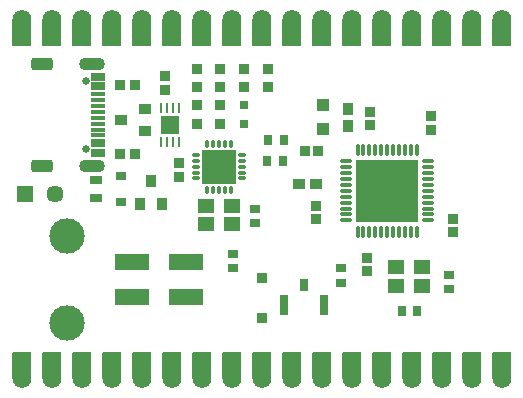
<source format=gbr>
%TF.GenerationSoftware,Altium Limited,Altium Designer,24.10.1 (45)*%
G04 Layer_Color=8388736*
%FSLAX45Y45*%
%MOMM*%
%TF.SameCoordinates,D2505BA3-E522-476C-ACF0-F4815D070146*%
%TF.FilePolarity,Negative*%
%TF.FileFunction,Soldermask,Top*%
%TF.Part,Single*%
G01*
G75*
%TA.AperFunction,SMDPad,CuDef*%
%ADD10R,0.96822X1.00650*%
%ADD11R,0.81213X0.85776*%
G04:AMPARAMS|DCode=17|XSize=0.85mm|YSize=0.25mm|CornerRadius=0.125mm|HoleSize=0mm|Usage=FLASHONLY|Rotation=270.000|XOffset=0mm|YOffset=0mm|HoleType=Round|Shape=RoundedRectangle|*
%AMROUNDEDRECTD17*
21,1,0.85000,0.00000,0,0,270.0*
21,1,0.60000,0.25000,0,0,270.0*
1,1,0.25000,0.00000,-0.30000*
1,1,0.25000,0.00000,0.30000*
1,1,0.25000,0.00000,0.30000*
1,1,0.25000,0.00000,-0.30000*
%
%ADD17ROUNDEDRECTD17*%
%ADD18R,1.60000X1.50000*%
%ADD19R,0.65872X0.81213*%
%ADD20R,1.00650X0.96822*%
%ADD21R,0.85776X0.81213*%
%ADD22R,0.90000X0.75000*%
%ADD23R,0.75000X0.90000*%
%ADD24R,0.80000X0.80000*%
%ADD25R,0.91213X0.85872*%
%ADD26R,0.85490X0.90620*%
%ADD28R,0.85000X0.85000*%
%ADD29R,1.40000X1.15000*%
%ADD33R,1.00000X1.00000*%
%ADD35R,1.00000X0.75000*%
%ADD38R,0.86213X0.66370*%
%ADD39R,0.80000X1.70000*%
%ADD40R,0.80000X1.10000*%
%TA.AperFunction,ComponentPad*%
%ADD44C,0.65000*%
%TA.AperFunction,SMDPad,CuDef*%
%ADD59R,1.22600X0.67600*%
%ADD60R,1.22600X0.37600*%
%ADD61R,2.87600X2.87600*%
%ADD62O,0.32600X0.77600*%
%ADD63O,0.77600X0.32600*%
%TA.AperFunction,ConnectorPad*%
%ADD64R,2.99600X1.34600*%
%TA.AperFunction,SMDPad,CuDef*%
%ADD65R,5.37600X5.37600*%
%ADD66O,0.32600X1.12600*%
%ADD67O,1.12600X0.32600*%
%ADD68R,0.90600X0.70600*%
%ADD69R,0.87600X0.97600*%
%ADD70R,0.97600X0.87600*%
%ADD71R,0.87600X0.87600*%
%TA.AperFunction,ComponentPad*%
G04:AMPARAMS|DCode=72|XSize=1.876mm|YSize=1.076mm|CornerRadius=0.288mm|HoleSize=0mm|Usage=FLASHONLY|Rotation=0.000|XOffset=0mm|YOffset=0mm|HoleType=Round|Shape=RoundedRectangle|*
%AMROUNDEDRECTD72*
21,1,1.87600,0.50000,0,0,0.0*
21,1,1.30000,1.07600,0,0,0.0*
1,1,0.57600,0.65000,-0.25000*
1,1,0.57600,-0.65000,-0.25000*
1,1,0.57600,-0.65000,0.25000*
1,1,0.57600,0.65000,0.25000*
%
%ADD72ROUNDEDRECTD72*%
%ADD73O,2.17600X1.07600*%
%ADD74C,1.44600*%
%ADD75R,1.44600X1.44600*%
%ADD76C,2.98600*%
%TA.AperFunction,ViaPad*%
%ADD77C,1.57600*%
G36*
X4257745Y3053745D02*
X4258461Y3053528D01*
X4259122Y3053174D01*
X4259700Y3052700D01*
X4260175Y3052121D01*
X4260528Y3051461D01*
X4260745Y3050745D01*
X4260819Y3050000D01*
Y2825000D01*
X4260745Y2824255D01*
X4260528Y2823538D01*
X4260175Y2822878D01*
X4259700Y2822300D01*
X4259122Y2821825D01*
X4258461Y2821472D01*
X4257745Y2821255D01*
X4257000Y2821181D01*
X4107000D01*
X4106255Y2821255D01*
X4105539Y2821472D01*
X4104879Y2821825D01*
X4104300Y2822300D01*
X4103825Y2822878D01*
X4103472Y2823538D01*
X4103255Y2824255D01*
X4103182Y2825000D01*
Y2900000D01*
X4103182Y3049997D01*
X4103182Y3050000D01*
X4103255Y3050745D01*
X4103472Y3051461D01*
X4103825Y3052121D01*
X4104300Y3052700D01*
X4104879Y3053174D01*
X4105539Y3053528D01*
X4106255Y3053745D01*
X4107000Y3053818D01*
X4257000D01*
X4257745Y3053745D01*
D02*
G37*
G36*
X4003745D02*
X4004461Y3053528D01*
X4005122Y3053174D01*
X4005700Y3052700D01*
X4006175Y3052121D01*
X4006528Y3051461D01*
X4006745Y3050745D01*
X4006819Y3050000D01*
Y2825000D01*
X4006745Y2824255D01*
X4006528Y2823538D01*
X4006175Y2822878D01*
X4005700Y2822300D01*
X4005122Y2821825D01*
X4004461Y2821472D01*
X4003745Y2821255D01*
X4003000Y2821181D01*
X3853000D01*
X3852255Y2821255D01*
X3851539Y2821472D01*
X3850879Y2821825D01*
X3850300Y2822300D01*
X3849825Y2822878D01*
X3849472Y2823538D01*
X3849255Y2824255D01*
X3849182Y2825000D01*
Y2900000D01*
X3849182Y3049997D01*
X3849182Y3050000D01*
X3849255Y3050745D01*
X3849472Y3051461D01*
X3849825Y3052121D01*
X3850300Y3052700D01*
X3850879Y3053174D01*
X3851539Y3053528D01*
X3852255Y3053745D01*
X3853000Y3053818D01*
X4003000D01*
X4003745Y3053745D01*
D02*
G37*
G36*
X3749745D02*
X3750461Y3053528D01*
X3751122Y3053174D01*
X3751700Y3052700D01*
X3752175Y3052121D01*
X3752528Y3051461D01*
X3752745Y3050745D01*
X3752819Y3050000D01*
Y2825000D01*
X3752745Y2824255D01*
X3752528Y2823538D01*
X3752175Y2822878D01*
X3751700Y2822300D01*
X3751122Y2821825D01*
X3750461Y2821472D01*
X3749745Y2821255D01*
X3749000Y2821181D01*
X3599000D01*
X3598255Y2821255D01*
X3597539Y2821472D01*
X3596879Y2821825D01*
X3596300Y2822300D01*
X3595825Y2822878D01*
X3595472Y2823538D01*
X3595255Y2824255D01*
X3595182Y2825000D01*
Y2900000D01*
X3595182Y3049997D01*
X3595182Y3050000D01*
X3595255Y3050745D01*
X3595472Y3051461D01*
X3595825Y3052121D01*
X3596300Y3052700D01*
X3596879Y3053174D01*
X3597539Y3053528D01*
X3598255Y3053745D01*
X3599000Y3053818D01*
X3749000D01*
X3749745Y3053745D01*
D02*
G37*
G36*
X3495745D02*
X3496461Y3053528D01*
X3497122Y3053174D01*
X3497700Y3052700D01*
X3498175Y3052121D01*
X3498528Y3051461D01*
X3498745Y3050745D01*
X3498819Y3050000D01*
Y2825000D01*
X3498745Y2824255D01*
X3498528Y2823538D01*
X3498175Y2822878D01*
X3497700Y2822300D01*
X3497122Y2821825D01*
X3496461Y2821472D01*
X3495745Y2821255D01*
X3495000Y2821181D01*
X3345000D01*
X3344255Y2821255D01*
X3343539Y2821472D01*
X3342879Y2821825D01*
X3342300Y2822300D01*
X3341825Y2822878D01*
X3341472Y2823538D01*
X3341255Y2824255D01*
X3341182Y2825000D01*
Y2900000D01*
X3341182Y3049997D01*
X3341182Y3050000D01*
X3341255Y3050745D01*
X3341472Y3051461D01*
X3341825Y3052121D01*
X3342300Y3052700D01*
X3342879Y3053174D01*
X3343539Y3053528D01*
X3344255Y3053745D01*
X3345000Y3053818D01*
X3495000D01*
X3495745Y3053745D01*
D02*
G37*
G36*
X3241745D02*
X3242461Y3053528D01*
X3243122Y3053174D01*
X3243700Y3052700D01*
X3244175Y3052121D01*
X3244528Y3051461D01*
X3244745Y3050745D01*
X3244819Y3050000D01*
Y2825000D01*
X3244745Y2824255D01*
X3244528Y2823538D01*
X3244175Y2822878D01*
X3243700Y2822300D01*
X3243122Y2821825D01*
X3242461Y2821472D01*
X3241745Y2821255D01*
X3241000Y2821181D01*
X3091000D01*
X3090255Y2821255D01*
X3089539Y2821472D01*
X3088879Y2821825D01*
X3088300Y2822300D01*
X3087825Y2822878D01*
X3087472Y2823538D01*
X3087255Y2824255D01*
X3087182Y2825000D01*
Y2900000D01*
X3087182Y3049997D01*
X3087182Y3050000D01*
X3087255Y3050745D01*
X3087472Y3051461D01*
X3087825Y3052121D01*
X3088300Y3052700D01*
X3088879Y3053174D01*
X3089539Y3053528D01*
X3090255Y3053745D01*
X3091000Y3053818D01*
X3241000D01*
X3241745Y3053745D01*
D02*
G37*
G36*
X2987745D02*
X2988461Y3053528D01*
X2989122Y3053174D01*
X2989700Y3052700D01*
X2990175Y3052121D01*
X2990528Y3051461D01*
X2990745Y3050745D01*
X2990819Y3050000D01*
Y2825000D01*
X2990745Y2824255D01*
X2990528Y2823538D01*
X2990175Y2822878D01*
X2989700Y2822300D01*
X2989122Y2821825D01*
X2988461Y2821472D01*
X2987745Y2821255D01*
X2987000Y2821181D01*
X2837000D01*
X2836255Y2821255D01*
X2835539Y2821472D01*
X2834879Y2821825D01*
X2834300Y2822300D01*
X2833825Y2822878D01*
X2833472Y2823538D01*
X2833255Y2824255D01*
X2833182Y2825000D01*
Y2900000D01*
X2833182Y3049997D01*
X2833182Y3050000D01*
X2833255Y3050745D01*
X2833472Y3051461D01*
X2833825Y3052121D01*
X2834300Y3052700D01*
X2834879Y3053174D01*
X2835539Y3053528D01*
X2836255Y3053745D01*
X2837000Y3053818D01*
X2987000D01*
X2987745Y3053745D01*
D02*
G37*
G36*
X2733745D02*
X2734461Y3053528D01*
X2735122Y3053174D01*
X2735700Y3052700D01*
X2736175Y3052121D01*
X2736528Y3051461D01*
X2736745Y3050745D01*
X2736819Y3050000D01*
Y2825000D01*
X2736745Y2824255D01*
X2736528Y2823538D01*
X2736175Y2822878D01*
X2735700Y2822300D01*
X2735122Y2821825D01*
X2734461Y2821472D01*
X2733745Y2821255D01*
X2733000Y2821181D01*
X2583000D01*
X2582255Y2821255D01*
X2581539Y2821472D01*
X2580879Y2821825D01*
X2580300Y2822300D01*
X2579825Y2822878D01*
X2579472Y2823538D01*
X2579255Y2824255D01*
X2579182Y2825000D01*
Y2900000D01*
X2579182Y3049997D01*
X2579182Y3050000D01*
X2579255Y3050745D01*
X2579472Y3051461D01*
X2579825Y3052121D01*
X2580300Y3052700D01*
X2580879Y3053174D01*
X2581539Y3053528D01*
X2582255Y3053745D01*
X2583000Y3053818D01*
X2733000D01*
X2733745Y3053745D01*
D02*
G37*
G36*
X2479745D02*
X2480461Y3053528D01*
X2481122Y3053174D01*
X2481700Y3052700D01*
X2482175Y3052121D01*
X2482528Y3051461D01*
X2482745Y3050745D01*
X2482819Y3050000D01*
Y2825000D01*
X2482745Y2824255D01*
X2482528Y2823538D01*
X2482175Y2822878D01*
X2481700Y2822300D01*
X2481122Y2821825D01*
X2480461Y2821472D01*
X2479745Y2821255D01*
X2479000Y2821181D01*
X2329000D01*
X2328255Y2821255D01*
X2327539Y2821472D01*
X2326879Y2821825D01*
X2326300Y2822300D01*
X2325825Y2822878D01*
X2325472Y2823538D01*
X2325255Y2824255D01*
X2325182Y2825000D01*
Y2900000D01*
X2325182Y3049997D01*
X2325182Y3050000D01*
X2325255Y3050745D01*
X2325472Y3051461D01*
X2325825Y3052121D01*
X2326300Y3052700D01*
X2326879Y3053174D01*
X2327539Y3053528D01*
X2328255Y3053745D01*
X2329000Y3053818D01*
X2479000D01*
X2479745Y3053745D01*
D02*
G37*
G36*
X2225745D02*
X2226461Y3053528D01*
X2227122Y3053174D01*
X2227700Y3052700D01*
X2228175Y3052121D01*
X2228528Y3051461D01*
X2228745Y3050745D01*
X2228819Y3050000D01*
Y2825000D01*
X2228745Y2824255D01*
X2228528Y2823538D01*
X2228175Y2822878D01*
X2227700Y2822300D01*
X2227122Y2821825D01*
X2226461Y2821472D01*
X2225745Y2821255D01*
X2225000Y2821181D01*
X2075000D01*
X2074255Y2821255D01*
X2073539Y2821472D01*
X2072879Y2821825D01*
X2072300Y2822300D01*
X2071825Y2822878D01*
X2071472Y2823538D01*
X2071255Y2824255D01*
X2071182Y2825000D01*
Y2900000D01*
X2071182Y3049997D01*
X2071182Y3050000D01*
X2071255Y3050745D01*
X2071472Y3051461D01*
X2071825Y3052121D01*
X2072300Y3052700D01*
X2072879Y3053174D01*
X2073539Y3053528D01*
X2074255Y3053745D01*
X2075000Y3053818D01*
X2225000D01*
X2225745Y3053745D01*
D02*
G37*
G36*
X1971745D02*
X1972461Y3053528D01*
X1973122Y3053174D01*
X1973700Y3052700D01*
X1974175Y3052121D01*
X1974528Y3051461D01*
X1974745Y3050745D01*
X1974819Y3050000D01*
Y2825000D01*
X1974745Y2824255D01*
X1974528Y2823538D01*
X1974175Y2822878D01*
X1973700Y2822300D01*
X1973122Y2821825D01*
X1972461Y2821472D01*
X1971745Y2821255D01*
X1971000Y2821181D01*
X1821000D01*
X1820255Y2821255D01*
X1819539Y2821472D01*
X1818879Y2821825D01*
X1818300Y2822300D01*
X1817825Y2822878D01*
X1817472Y2823538D01*
X1817255Y2824255D01*
X1817182Y2825000D01*
Y2900000D01*
X1817182Y3049997D01*
X1817182Y3050000D01*
X1817255Y3050745D01*
X1817472Y3051461D01*
X1817825Y3052121D01*
X1818300Y3052700D01*
X1818879Y3053174D01*
X1819539Y3053528D01*
X1820255Y3053745D01*
X1821000Y3053818D01*
X1971000D01*
X1971745Y3053745D01*
D02*
G37*
G36*
X1717745D02*
X1718461Y3053528D01*
X1719122Y3053174D01*
X1719700Y3052700D01*
X1720175Y3052121D01*
X1720528Y3051461D01*
X1720745Y3050745D01*
X1720819Y3050000D01*
Y2825000D01*
X1720745Y2824255D01*
X1720528Y2823538D01*
X1720175Y2822878D01*
X1719700Y2822300D01*
X1719122Y2821825D01*
X1718461Y2821472D01*
X1717745Y2821255D01*
X1717000Y2821181D01*
X1567000D01*
X1566255Y2821255D01*
X1565539Y2821472D01*
X1564879Y2821825D01*
X1564300Y2822300D01*
X1563825Y2822878D01*
X1563472Y2823538D01*
X1563255Y2824255D01*
X1563182Y2825000D01*
Y2900000D01*
X1563182Y3049997D01*
X1563182Y3050000D01*
X1563255Y3050745D01*
X1563472Y3051461D01*
X1563825Y3052121D01*
X1564300Y3052700D01*
X1564879Y3053174D01*
X1565539Y3053528D01*
X1566255Y3053745D01*
X1567000Y3053818D01*
X1717000D01*
X1717745Y3053745D01*
D02*
G37*
G36*
X1463745D02*
X1464461Y3053528D01*
X1465122Y3053174D01*
X1465700Y3052700D01*
X1466175Y3052121D01*
X1466528Y3051461D01*
X1466745Y3050745D01*
X1466819Y3050000D01*
Y2825000D01*
X1466745Y2824255D01*
X1466528Y2823538D01*
X1466175Y2822878D01*
X1465700Y2822300D01*
X1465122Y2821825D01*
X1464461Y2821472D01*
X1463745Y2821255D01*
X1463000Y2821181D01*
X1313000D01*
X1312255Y2821255D01*
X1311539Y2821472D01*
X1310879Y2821825D01*
X1310300Y2822300D01*
X1309825Y2822878D01*
X1309472Y2823538D01*
X1309255Y2824255D01*
X1309182Y2825000D01*
Y2900000D01*
X1309182Y3049997D01*
X1309182Y3050000D01*
X1309255Y3050745D01*
X1309472Y3051461D01*
X1309825Y3052121D01*
X1310300Y3052700D01*
X1310879Y3053174D01*
X1311539Y3053528D01*
X1312255Y3053745D01*
X1313000Y3053818D01*
X1463000D01*
X1463745Y3053745D01*
D02*
G37*
G36*
X1209745D02*
X1210461Y3053528D01*
X1211122Y3053174D01*
X1211700Y3052700D01*
X1212175Y3052121D01*
X1212528Y3051461D01*
X1212745Y3050745D01*
X1212819Y3050000D01*
Y2825000D01*
X1212745Y2824255D01*
X1212528Y2823538D01*
X1212175Y2822878D01*
X1211700Y2822300D01*
X1211122Y2821825D01*
X1210461Y2821472D01*
X1209745Y2821255D01*
X1209000Y2821181D01*
X1059000D01*
X1058255Y2821255D01*
X1057539Y2821472D01*
X1056879Y2821825D01*
X1056300Y2822300D01*
X1055825Y2822878D01*
X1055472Y2823538D01*
X1055255Y2824255D01*
X1055182Y2825000D01*
Y2900000D01*
X1055182Y3049997D01*
X1055182Y3050000D01*
X1055255Y3050745D01*
X1055472Y3051461D01*
X1055825Y3052121D01*
X1056300Y3052700D01*
X1056879Y3053174D01*
X1057539Y3053528D01*
X1058255Y3053745D01*
X1059000Y3053818D01*
X1209000D01*
X1209745Y3053745D01*
D02*
G37*
G36*
X955745D02*
X956461Y3053528D01*
X957122Y3053174D01*
X957700Y3052700D01*
X958175Y3052121D01*
X958528Y3051461D01*
X958745Y3050745D01*
X958819Y3050000D01*
Y2825000D01*
X958745Y2824255D01*
X958528Y2823538D01*
X958175Y2822878D01*
X957700Y2822300D01*
X957122Y2821825D01*
X956461Y2821472D01*
X955745Y2821255D01*
X955000Y2821181D01*
X805000D01*
X804255Y2821255D01*
X803539Y2821472D01*
X802879Y2821825D01*
X802300Y2822300D01*
X801825Y2822878D01*
X801472Y2823538D01*
X801255Y2824255D01*
X801182Y2825000D01*
Y2900000D01*
X801182Y3049997D01*
X801182Y3050000D01*
X801255Y3050745D01*
X801472Y3051461D01*
X801825Y3052121D01*
X802300Y3052700D01*
X802879Y3053174D01*
X803539Y3053528D01*
X804255Y3053745D01*
X805000Y3053818D01*
X955000D01*
X955745Y3053745D01*
D02*
G37*
G36*
X701745D02*
X702461Y3053528D01*
X703122Y3053174D01*
X703700Y3052700D01*
X704175Y3052121D01*
X704528Y3051461D01*
X704745Y3050745D01*
X704819Y3050000D01*
Y2825000D01*
X704745Y2824255D01*
X704528Y2823538D01*
X704175Y2822878D01*
X703700Y2822300D01*
X703122Y2821825D01*
X702461Y2821472D01*
X701745Y2821255D01*
X701000Y2821181D01*
X551000D01*
X550255Y2821255D01*
X549539Y2821472D01*
X548879Y2821825D01*
X548300Y2822300D01*
X547825Y2822878D01*
X547472Y2823538D01*
X547255Y2824255D01*
X547182Y2825000D01*
Y2900000D01*
X547182Y3049997D01*
X547182Y3050000D01*
X547255Y3050745D01*
X547472Y3051461D01*
X547825Y3052121D01*
X548300Y3052700D01*
X548879Y3053174D01*
X549539Y3053528D01*
X550255Y3053745D01*
X551000Y3053818D01*
X701000D01*
X701745Y3053745D01*
D02*
G37*
G36*
X447745D02*
X448461Y3053528D01*
X449122Y3053174D01*
X449700Y3052700D01*
X450175Y3052121D01*
X450528Y3051461D01*
X450745Y3050745D01*
X450819Y3050000D01*
Y2825000D01*
X450745Y2824255D01*
X450528Y2823538D01*
X450175Y2822878D01*
X449700Y2822300D01*
X449122Y2821825D01*
X448461Y2821472D01*
X447745Y2821255D01*
X447000Y2821181D01*
X297000D01*
X296255Y2821255D01*
X295539Y2821472D01*
X294879Y2821825D01*
X294300Y2822300D01*
X293825Y2822878D01*
X293472Y2823538D01*
X293255Y2824255D01*
X293182Y2825000D01*
Y2900000D01*
X293182Y3049997D01*
X293182Y3050000D01*
X293255Y3050745D01*
X293472Y3051461D01*
X293825Y3052121D01*
X294300Y3052700D01*
X294879Y3053174D01*
X295539Y3053528D01*
X296255Y3053745D01*
X297000Y3053818D01*
X447000D01*
X447745Y3053745D01*
D02*
G37*
G36*
X193745D02*
X194461Y3053528D01*
X195122Y3053174D01*
X195700Y3052700D01*
X196175Y3052121D01*
X196528Y3051461D01*
X196745Y3050745D01*
X196819Y3050000D01*
Y2825000D01*
X196745Y2824255D01*
X196528Y2823538D01*
X196175Y2822878D01*
X195700Y2822300D01*
X195122Y2821825D01*
X194461Y2821472D01*
X193745Y2821255D01*
X193000Y2821181D01*
X43000D01*
X42255Y2821255D01*
X41539Y2821472D01*
X40879Y2821825D01*
X40300Y2822300D01*
X39825Y2822878D01*
X39472Y2823538D01*
X39255Y2824255D01*
X39182Y2825000D01*
Y2900000D01*
X39182Y3049997D01*
X39182Y3050000D01*
X39255Y3050745D01*
X39472Y3051461D01*
X39825Y3052121D01*
X40300Y3052700D01*
X40879Y3053174D01*
X41539Y3053528D01*
X42255Y3053745D01*
X43000Y3053818D01*
X193000D01*
X193745Y3053745D01*
D02*
G37*
G36*
X4257745Y228745D02*
X4258461Y228528D01*
X4259122Y228175D01*
X4259700Y227700D01*
X4260175Y227121D01*
X4260528Y226461D01*
X4260745Y225745D01*
X4260819Y225000D01*
Y150000D01*
X4260818Y3D01*
X4260819Y0D01*
X4260745Y-745D01*
X4260528Y-1461D01*
X4260175Y-2121D01*
X4259700Y-2700D01*
X4259122Y-3175D01*
X4258461Y-3528D01*
X4257745Y-3745D01*
X4257000Y-3818D01*
X4107000D01*
X4106255Y-3745D01*
X4105539Y-3528D01*
X4104879Y-3175D01*
X4104300Y-2700D01*
X4103825Y-2121D01*
X4103472Y-1461D01*
X4103255Y-745D01*
X4103182Y0D01*
Y225000D01*
X4103255Y225745D01*
X4103472Y226461D01*
X4103825Y227121D01*
X4104300Y227700D01*
X4104879Y228175D01*
X4105539Y228528D01*
X4106255Y228745D01*
X4107000Y228818D01*
X4257000D01*
X4257745Y228745D01*
D02*
G37*
G36*
X4003745D02*
X4004461Y228528D01*
X4005122Y228175D01*
X4005700Y227700D01*
X4006175Y227121D01*
X4006528Y226461D01*
X4006745Y225745D01*
X4006819Y225000D01*
Y150000D01*
X4006818Y3D01*
X4006819Y0D01*
X4006745Y-745D01*
X4006528Y-1461D01*
X4006175Y-2121D01*
X4005700Y-2700D01*
X4005122Y-3175D01*
X4004461Y-3528D01*
X4003745Y-3745D01*
X4003000Y-3818D01*
X3853000D01*
X3852255Y-3745D01*
X3851539Y-3528D01*
X3850879Y-3175D01*
X3850300Y-2700D01*
X3849825Y-2121D01*
X3849472Y-1461D01*
X3849255Y-745D01*
X3849182Y0D01*
Y225000D01*
X3849255Y225745D01*
X3849472Y226461D01*
X3849825Y227121D01*
X3850300Y227700D01*
X3850879Y228175D01*
X3851539Y228528D01*
X3852255Y228745D01*
X3853000Y228818D01*
X4003000D01*
X4003745Y228745D01*
D02*
G37*
G36*
X3749745D02*
X3750461Y228528D01*
X3751122Y228175D01*
X3751700Y227700D01*
X3752175Y227121D01*
X3752528Y226461D01*
X3752745Y225745D01*
X3752819Y225000D01*
Y150000D01*
X3752818Y3D01*
X3752819Y0D01*
X3752745Y-745D01*
X3752528Y-1461D01*
X3752175Y-2121D01*
X3751700Y-2700D01*
X3751122Y-3175D01*
X3750461Y-3528D01*
X3749745Y-3745D01*
X3749000Y-3818D01*
X3599000D01*
X3598255Y-3745D01*
X3597539Y-3528D01*
X3596879Y-3175D01*
X3596300Y-2700D01*
X3595825Y-2121D01*
X3595472Y-1461D01*
X3595255Y-745D01*
X3595182Y0D01*
Y225000D01*
X3595255Y225745D01*
X3595472Y226461D01*
X3595825Y227121D01*
X3596300Y227700D01*
X3596879Y228175D01*
X3597539Y228528D01*
X3598255Y228745D01*
X3599000Y228818D01*
X3749000D01*
X3749745Y228745D01*
D02*
G37*
G36*
X3495745D02*
X3496461Y228528D01*
X3497122Y228175D01*
X3497700Y227700D01*
X3498175Y227121D01*
X3498528Y226461D01*
X3498745Y225745D01*
X3498819Y225000D01*
Y150000D01*
X3498818Y3D01*
X3498819Y0D01*
X3498745Y-745D01*
X3498528Y-1461D01*
X3498175Y-2121D01*
X3497700Y-2700D01*
X3497122Y-3175D01*
X3496461Y-3528D01*
X3495745Y-3745D01*
X3495000Y-3818D01*
X3345000D01*
X3344255Y-3745D01*
X3343539Y-3528D01*
X3342879Y-3175D01*
X3342300Y-2700D01*
X3341825Y-2121D01*
X3341472Y-1461D01*
X3341255Y-745D01*
X3341182Y0D01*
Y225000D01*
X3341255Y225745D01*
X3341472Y226461D01*
X3341825Y227121D01*
X3342300Y227700D01*
X3342879Y228175D01*
X3343539Y228528D01*
X3344255Y228745D01*
X3345000Y228818D01*
X3495000D01*
X3495745Y228745D01*
D02*
G37*
G36*
X3241745D02*
X3242461Y228528D01*
X3243122Y228175D01*
X3243700Y227700D01*
X3244175Y227121D01*
X3244528Y226461D01*
X3244745Y225745D01*
X3244819Y225000D01*
Y150000D01*
X3244818Y3D01*
X3244819Y0D01*
X3244745Y-745D01*
X3244528Y-1461D01*
X3244175Y-2121D01*
X3243700Y-2700D01*
X3243122Y-3175D01*
X3242461Y-3528D01*
X3241745Y-3745D01*
X3241000Y-3818D01*
X3091000D01*
X3090255Y-3745D01*
X3089539Y-3528D01*
X3088879Y-3175D01*
X3088300Y-2700D01*
X3087825Y-2121D01*
X3087472Y-1461D01*
X3087255Y-745D01*
X3087182Y0D01*
Y225000D01*
X3087255Y225745D01*
X3087472Y226461D01*
X3087825Y227121D01*
X3088300Y227700D01*
X3088879Y228175D01*
X3089539Y228528D01*
X3090255Y228745D01*
X3091000Y228818D01*
X3241000D01*
X3241745Y228745D01*
D02*
G37*
G36*
X2987745D02*
X2988461Y228528D01*
X2989122Y228175D01*
X2989700Y227700D01*
X2990175Y227121D01*
X2990528Y226461D01*
X2990745Y225745D01*
X2990819Y225000D01*
Y150000D01*
X2990818Y3D01*
X2990819Y0D01*
X2990745Y-745D01*
X2990528Y-1461D01*
X2990175Y-2121D01*
X2989700Y-2700D01*
X2989122Y-3175D01*
X2988461Y-3528D01*
X2987745Y-3745D01*
X2987000Y-3818D01*
X2837000D01*
X2836255Y-3745D01*
X2835539Y-3528D01*
X2834879Y-3175D01*
X2834300Y-2700D01*
X2833825Y-2121D01*
X2833472Y-1461D01*
X2833255Y-745D01*
X2833182Y0D01*
Y225000D01*
X2833255Y225745D01*
X2833472Y226461D01*
X2833825Y227121D01*
X2834300Y227700D01*
X2834879Y228175D01*
X2835539Y228528D01*
X2836255Y228745D01*
X2837000Y228818D01*
X2987000D01*
X2987745Y228745D01*
D02*
G37*
G36*
X2733745D02*
X2734461Y228528D01*
X2735122Y228175D01*
X2735700Y227700D01*
X2736175Y227121D01*
X2736528Y226461D01*
X2736745Y225745D01*
X2736819Y225000D01*
Y150000D01*
X2736818Y3D01*
X2736819Y0D01*
X2736745Y-745D01*
X2736528Y-1461D01*
X2736175Y-2121D01*
X2735700Y-2700D01*
X2735122Y-3175D01*
X2734461Y-3528D01*
X2733745Y-3745D01*
X2733000Y-3818D01*
X2583000D01*
X2582255Y-3745D01*
X2581539Y-3528D01*
X2580879Y-3175D01*
X2580300Y-2700D01*
X2579825Y-2121D01*
X2579472Y-1461D01*
X2579255Y-745D01*
X2579182Y0D01*
Y225000D01*
X2579255Y225745D01*
X2579472Y226461D01*
X2579825Y227121D01*
X2580300Y227700D01*
X2580879Y228175D01*
X2581539Y228528D01*
X2582255Y228745D01*
X2583000Y228818D01*
X2733000D01*
X2733745Y228745D01*
D02*
G37*
G36*
X2479745D02*
X2480461Y228528D01*
X2481122Y228175D01*
X2481700Y227700D01*
X2482175Y227121D01*
X2482528Y226461D01*
X2482745Y225745D01*
X2482819Y225000D01*
Y150000D01*
X2482818Y3D01*
X2482819Y0D01*
X2482745Y-745D01*
X2482528Y-1461D01*
X2482175Y-2121D01*
X2481700Y-2700D01*
X2481122Y-3175D01*
X2480461Y-3528D01*
X2479745Y-3745D01*
X2479000Y-3818D01*
X2329000D01*
X2328255Y-3745D01*
X2327539Y-3528D01*
X2326879Y-3175D01*
X2326300Y-2700D01*
X2325825Y-2121D01*
X2325472Y-1461D01*
X2325255Y-745D01*
X2325182Y0D01*
Y225000D01*
X2325255Y225745D01*
X2325472Y226461D01*
X2325825Y227121D01*
X2326300Y227700D01*
X2326879Y228175D01*
X2327539Y228528D01*
X2328255Y228745D01*
X2329000Y228818D01*
X2479000D01*
X2479745Y228745D01*
D02*
G37*
G36*
X2225745D02*
X2226461Y228528D01*
X2227122Y228175D01*
X2227700Y227700D01*
X2228175Y227121D01*
X2228528Y226461D01*
X2228745Y225745D01*
X2228819Y225000D01*
Y150000D01*
X2228818Y3D01*
X2228819Y0D01*
X2228745Y-745D01*
X2228528Y-1461D01*
X2228175Y-2121D01*
X2227700Y-2700D01*
X2227122Y-3175D01*
X2226461Y-3528D01*
X2225745Y-3745D01*
X2225000Y-3818D01*
X2075000D01*
X2074255Y-3745D01*
X2073539Y-3528D01*
X2072879Y-3175D01*
X2072300Y-2700D01*
X2071825Y-2121D01*
X2071472Y-1461D01*
X2071255Y-745D01*
X2071182Y0D01*
Y225000D01*
X2071255Y225745D01*
X2071472Y226461D01*
X2071825Y227121D01*
X2072300Y227700D01*
X2072879Y228175D01*
X2073539Y228528D01*
X2074255Y228745D01*
X2075000Y228818D01*
X2225000D01*
X2225745Y228745D01*
D02*
G37*
G36*
X1971745D02*
X1972461Y228528D01*
X1973122Y228175D01*
X1973700Y227700D01*
X1974175Y227121D01*
X1974528Y226461D01*
X1974745Y225745D01*
X1974819Y225000D01*
Y150000D01*
X1974818Y3D01*
X1974819Y0D01*
X1974745Y-745D01*
X1974528Y-1461D01*
X1974175Y-2121D01*
X1973700Y-2700D01*
X1973122Y-3175D01*
X1972461Y-3528D01*
X1971745Y-3745D01*
X1971000Y-3818D01*
X1821000D01*
X1820255Y-3745D01*
X1819539Y-3528D01*
X1818879Y-3175D01*
X1818300Y-2700D01*
X1817825Y-2121D01*
X1817472Y-1461D01*
X1817255Y-745D01*
X1817182Y0D01*
Y225000D01*
X1817255Y225745D01*
X1817472Y226461D01*
X1817825Y227121D01*
X1818300Y227700D01*
X1818879Y228175D01*
X1819539Y228528D01*
X1820255Y228745D01*
X1821000Y228818D01*
X1971000D01*
X1971745Y228745D01*
D02*
G37*
G36*
X1717745D02*
X1718461Y228528D01*
X1719122Y228175D01*
X1719700Y227700D01*
X1720175Y227121D01*
X1720528Y226461D01*
X1720745Y225745D01*
X1720819Y225000D01*
Y150000D01*
X1720818Y3D01*
X1720819Y0D01*
X1720745Y-745D01*
X1720528Y-1461D01*
X1720175Y-2121D01*
X1719700Y-2700D01*
X1719122Y-3175D01*
X1718461Y-3528D01*
X1717745Y-3745D01*
X1717000Y-3818D01*
X1567000D01*
X1566255Y-3745D01*
X1565539Y-3528D01*
X1564879Y-3175D01*
X1564300Y-2700D01*
X1563825Y-2121D01*
X1563472Y-1461D01*
X1563255Y-745D01*
X1563182Y0D01*
Y225000D01*
X1563255Y225745D01*
X1563472Y226461D01*
X1563825Y227121D01*
X1564300Y227700D01*
X1564879Y228175D01*
X1565539Y228528D01*
X1566255Y228745D01*
X1567000Y228818D01*
X1717000D01*
X1717745Y228745D01*
D02*
G37*
G36*
X1463745D02*
X1464461Y228528D01*
X1465122Y228175D01*
X1465700Y227700D01*
X1466175Y227121D01*
X1466528Y226461D01*
X1466745Y225745D01*
X1466819Y225000D01*
Y150000D01*
X1466818Y3D01*
X1466819Y0D01*
X1466745Y-745D01*
X1466528Y-1461D01*
X1466175Y-2121D01*
X1465700Y-2700D01*
X1465122Y-3175D01*
X1464461Y-3528D01*
X1463745Y-3745D01*
X1463000Y-3818D01*
X1313000D01*
X1312255Y-3745D01*
X1311539Y-3528D01*
X1310879Y-3175D01*
X1310300Y-2700D01*
X1309825Y-2121D01*
X1309472Y-1461D01*
X1309255Y-745D01*
X1309182Y0D01*
Y225000D01*
X1309255Y225745D01*
X1309472Y226461D01*
X1309825Y227121D01*
X1310300Y227700D01*
X1310879Y228175D01*
X1311539Y228528D01*
X1312255Y228745D01*
X1313000Y228818D01*
X1463000D01*
X1463745Y228745D01*
D02*
G37*
G36*
X1209745D02*
X1210461Y228528D01*
X1211122Y228175D01*
X1211700Y227700D01*
X1212175Y227121D01*
X1212528Y226461D01*
X1212745Y225745D01*
X1212819Y225000D01*
Y150000D01*
X1212818Y3D01*
X1212819Y0D01*
X1212745Y-745D01*
X1212528Y-1461D01*
X1212175Y-2121D01*
X1211700Y-2700D01*
X1211122Y-3175D01*
X1210461Y-3528D01*
X1209745Y-3745D01*
X1209000Y-3818D01*
X1059000D01*
X1058255Y-3745D01*
X1057539Y-3528D01*
X1056879Y-3175D01*
X1056300Y-2700D01*
X1055825Y-2121D01*
X1055472Y-1461D01*
X1055255Y-745D01*
X1055182Y0D01*
Y225000D01*
X1055255Y225745D01*
X1055472Y226461D01*
X1055825Y227121D01*
X1056300Y227700D01*
X1056879Y228175D01*
X1057539Y228528D01*
X1058255Y228745D01*
X1059000Y228818D01*
X1209000D01*
X1209745Y228745D01*
D02*
G37*
G36*
X955745D02*
X956461Y228528D01*
X957122Y228175D01*
X957700Y227700D01*
X958175Y227121D01*
X958528Y226461D01*
X958745Y225745D01*
X958819Y225000D01*
Y150000D01*
X958818Y3D01*
X958819Y0D01*
X958745Y-745D01*
X958528Y-1461D01*
X958175Y-2121D01*
X957700Y-2700D01*
X957122Y-3175D01*
X956461Y-3528D01*
X955745Y-3745D01*
X955000Y-3818D01*
X805000D01*
X804255Y-3745D01*
X803539Y-3528D01*
X802879Y-3175D01*
X802300Y-2700D01*
X801825Y-2121D01*
X801472Y-1461D01*
X801255Y-745D01*
X801182Y0D01*
Y225000D01*
X801255Y225745D01*
X801472Y226461D01*
X801825Y227121D01*
X802300Y227700D01*
X802879Y228175D01*
X803539Y228528D01*
X804255Y228745D01*
X805000Y228818D01*
X955000D01*
X955745Y228745D01*
D02*
G37*
G36*
X701745D02*
X702461Y228528D01*
X703122Y228175D01*
X703700Y227700D01*
X704175Y227121D01*
X704528Y226461D01*
X704745Y225745D01*
X704819Y225000D01*
Y150000D01*
X704818Y3D01*
X704819Y0D01*
X704745Y-745D01*
X704528Y-1461D01*
X704175Y-2121D01*
X703700Y-2700D01*
X703122Y-3175D01*
X702461Y-3528D01*
X701745Y-3745D01*
X701000Y-3818D01*
X551000D01*
X550255Y-3745D01*
X549539Y-3528D01*
X548879Y-3175D01*
X548300Y-2700D01*
X547825Y-2121D01*
X547472Y-1461D01*
X547255Y-745D01*
X547182Y0D01*
Y225000D01*
X547255Y225745D01*
X547472Y226461D01*
X547825Y227121D01*
X548300Y227700D01*
X548879Y228175D01*
X549539Y228528D01*
X550255Y228745D01*
X551000Y228818D01*
X701000D01*
X701745Y228745D01*
D02*
G37*
G36*
X447745D02*
X448461Y228528D01*
X449122Y228175D01*
X449700Y227700D01*
X450175Y227121D01*
X450528Y226461D01*
X450745Y225745D01*
X450819Y225000D01*
Y150000D01*
X450818Y3D01*
X450819Y0D01*
X450745Y-745D01*
X450528Y-1461D01*
X450175Y-2121D01*
X449700Y-2700D01*
X449122Y-3175D01*
X448461Y-3528D01*
X447745Y-3745D01*
X447000Y-3818D01*
X297000D01*
X296255Y-3745D01*
X295539Y-3528D01*
X294879Y-3175D01*
X294300Y-2700D01*
X293825Y-2121D01*
X293472Y-1461D01*
X293255Y-745D01*
X293182Y0D01*
Y225000D01*
X293255Y225745D01*
X293472Y226461D01*
X293825Y227121D01*
X294300Y227700D01*
X294879Y228175D01*
X295539Y228528D01*
X296255Y228745D01*
X297000Y228818D01*
X447000D01*
X447745Y228745D01*
D02*
G37*
G36*
X193745D02*
X194461Y228528D01*
X195122Y228175D01*
X195700Y227700D01*
X196175Y227121D01*
X196528Y226461D01*
X196745Y225745D01*
X196819Y225000D01*
Y150000D01*
X196818Y3D01*
X196819Y0D01*
X196745Y-745D01*
X196528Y-1461D01*
X196175Y-2121D01*
X195700Y-2700D01*
X195122Y-3175D01*
X194461Y-3528D01*
X193745Y-3745D01*
X193000Y-3818D01*
X43000D01*
X42255Y-3745D01*
X41539Y-3528D01*
X40879Y-3175D01*
X40300Y-2700D01*
X39825Y-2121D01*
X39472Y-1461D01*
X39255Y-745D01*
X39182Y0D01*
Y225000D01*
X39255Y225745D01*
X39472Y226461D01*
X39825Y227121D01*
X40300Y227700D01*
X40879Y228175D01*
X41539Y228528D01*
X42255Y228745D01*
X43000Y228818D01*
X193000D01*
X193745Y228745D01*
D02*
G37*
D10*
X2883100Y2291587D02*
D03*
Y2146416D02*
D03*
D11*
X1447499Y1827718D02*
D03*
Y1712282D02*
D03*
X1330000Y2567719D02*
D03*
Y2452282D02*
D03*
X2610000Y1352282D02*
D03*
Y1467718D02*
D03*
X3040000Y914563D02*
D03*
Y1030000D02*
D03*
X3580000Y2227718D02*
D03*
Y2112282D02*
D03*
X3770000Y1242281D02*
D03*
Y1357718D02*
D03*
X3067500Y2265218D02*
D03*
Y2149782D02*
D03*
D17*
X1450000Y2300000D02*
D03*
X1400000D02*
D03*
X1350000D02*
D03*
X1300000D02*
D03*
Y2010000D02*
D03*
X1350000D02*
D03*
X1400000D02*
D03*
X1450000D02*
D03*
D18*
X1375000Y2155000D02*
D03*
D19*
X2198830Y2021493D02*
D03*
X2334171D02*
D03*
X2197528Y1851762D02*
D03*
X2332870D02*
D03*
D20*
X2464829Y1650000D02*
D03*
X2610000D02*
D03*
D21*
X2512281Y1930000D02*
D03*
X2627718D02*
D03*
D22*
X1910000Y1060000D02*
D03*
Y940000D02*
D03*
X2090000Y1440000D02*
D03*
Y1320000D02*
D03*
X3733200Y881200D02*
D03*
Y761200D02*
D03*
D23*
X3340000Y575000D02*
D03*
X3460000D02*
D03*
D24*
X2000000Y2157500D02*
D03*
Y2322500D02*
D03*
D25*
X2200000Y2472329D02*
D03*
Y2627671D02*
D03*
X1800000Y2472329D02*
D03*
Y2627671D02*
D03*
X1600000Y2474659D02*
D03*
Y2630000D02*
D03*
X2000000Y2627671D02*
D03*
Y2472329D02*
D03*
D26*
X953435Y2489200D02*
D03*
X1078565D02*
D03*
Y1905000D02*
D03*
X953435D02*
D03*
D28*
X2150000Y520000D02*
D03*
Y855000D02*
D03*
D29*
X3290000Y790000D02*
D03*
X3510000D02*
D03*
Y950000D02*
D03*
X3290000D02*
D03*
X1680000Y1310000D02*
D03*
X1900000D02*
D03*
Y1470000D02*
D03*
X1680000D02*
D03*
D33*
X2670000Y2320000D02*
D03*
Y2120000D02*
D03*
D35*
X750000Y1685000D02*
D03*
Y1535000D02*
D03*
D38*
X2820000Y817061D02*
D03*
Y942939D02*
D03*
D39*
X2680000Y630000D02*
D03*
X2340000D02*
D03*
D40*
X2510000Y795000D02*
D03*
D44*
X660000Y1950000D02*
D03*
Y2528000D02*
D03*
D59*
X767500Y2559000D02*
D03*
Y1919000D02*
D03*
Y2479000D02*
D03*
Y1999000D02*
D03*
D60*
Y2214000D02*
D03*
Y2264000D02*
D03*
Y2164000D02*
D03*
Y2114000D02*
D03*
Y2064000D02*
D03*
Y2314000D02*
D03*
Y2364000D02*
D03*
Y2414000D02*
D03*
D61*
X1790000Y1800000D02*
D03*
D62*
X1690000Y1995000D02*
D03*
X1740000D02*
D03*
X1790000D02*
D03*
X1840000D02*
D03*
X1890000D02*
D03*
Y1605000D02*
D03*
X1840000D02*
D03*
X1790000D02*
D03*
X1740000D02*
D03*
X1690000D02*
D03*
D63*
X1985000Y1900000D02*
D03*
Y1850000D02*
D03*
Y1800000D02*
D03*
Y1750000D02*
D03*
Y1700000D02*
D03*
X1595000D02*
D03*
Y1750000D02*
D03*
Y1800000D02*
D03*
Y1850000D02*
D03*
Y1900000D02*
D03*
D64*
X1510000Y995000D02*
D03*
Y695000D02*
D03*
X1047000Y995000D02*
D03*
Y695000D02*
D03*
D65*
X3210760Y1595100D02*
D03*
D66*
X2960760Y1942600D02*
D03*
X3010760Y1942600D02*
D03*
X3060760D02*
D03*
X3110760D02*
D03*
X3160760Y1942600D02*
D03*
X3210760D02*
D03*
X3260760D02*
D03*
X3310760Y1942600D02*
D03*
X3360760D02*
D03*
X3410760Y1942600D02*
D03*
X3460760D02*
D03*
X3460760Y1247601D02*
D03*
X3410760D02*
D03*
X3360760Y1247600D02*
D03*
X3310760D02*
D03*
X3260760Y1247601D02*
D03*
X3210760D02*
D03*
X3160760D02*
D03*
X3110760Y1247600D02*
D03*
X3060760D02*
D03*
X3010760D02*
D03*
X2960760Y1247601D02*
D03*
D67*
X3558260Y1845100D02*
D03*
Y1795100D02*
D03*
Y1745100D02*
D03*
X3558260Y1695100D02*
D03*
X3558259Y1645100D02*
D03*
Y1595100D02*
D03*
X3558260Y1545100D02*
D03*
Y1495100D02*
D03*
Y1445100D02*
D03*
X3558260Y1395100D02*
D03*
Y1345100D02*
D03*
X2863260D02*
D03*
Y1395100D02*
D03*
X2863260Y1445100D02*
D03*
Y1495100D02*
D03*
Y1545100D02*
D03*
X2863260Y1595100D02*
D03*
Y1645100D02*
D03*
X2863260Y1695100D02*
D03*
Y1745100D02*
D03*
Y1795100D02*
D03*
Y1845100D02*
D03*
D68*
X960000Y1498500D02*
D03*
Y1721500D02*
D03*
D69*
X1115000Y1480000D02*
D03*
X1305000D02*
D03*
X1210000Y1680000D02*
D03*
D70*
X1160096Y2099145D02*
D03*
Y2289145D02*
D03*
X960096Y2194145D02*
D03*
D71*
X1600000Y2320000D02*
D03*
Y2160000D02*
D03*
X1800000Y2160000D02*
D03*
Y2320000D02*
D03*
D72*
X292000Y2671000D02*
D03*
Y1807000D02*
D03*
D73*
X710000Y2671000D02*
D03*
Y1807000D02*
D03*
D74*
X400000Y1570000D02*
D03*
D75*
X146000D02*
D03*
D76*
X500000Y1210000D02*
D03*
Y480000D02*
D03*
D77*
X118000Y0D02*
D03*
X372000D02*
D03*
X626000D02*
D03*
X880000D02*
D03*
X1134000D02*
D03*
X1388000D02*
D03*
X1642000D02*
D03*
X1896000D02*
D03*
X2150000D02*
D03*
X2404000D02*
D03*
X2658000D02*
D03*
X2912000D02*
D03*
X3166000D02*
D03*
X3420000D02*
D03*
X3674000D02*
D03*
X4182000D02*
D03*
X3928000D02*
D03*
X4182000Y3050000D02*
D03*
X3928000D02*
D03*
X3674000D02*
D03*
X3420000D02*
D03*
X3166000D02*
D03*
X2912000D02*
D03*
X2658000D02*
D03*
X2404000D02*
D03*
X2150000D02*
D03*
X1896000D02*
D03*
X1642000D02*
D03*
X1388000D02*
D03*
X1134000D02*
D03*
X880000D02*
D03*
X626000D02*
D03*
X118000D02*
D03*
X372000D02*
D03*
%TF.MD5,92e850b55a79e3b3c0895ae7d7bd29a0*%
M02*

</source>
